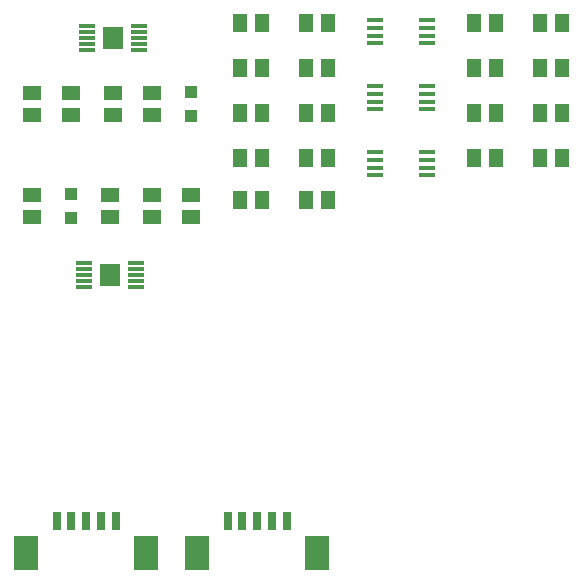
<source format=gbr>
G04 EAGLE Gerber RS-274X export*
G75*
%MOMM*%
%FSLAX34Y34*%
%LPD*%
%INSolderpaste Top*%
%IPPOS*%
%AMOC8*
5,1,8,0,0,1.08239X$1,22.5*%
G01*
%ADD10R,0.800000X1.600000*%
%ADD11R,2.100000X3.000000*%
%ADD12R,1.425000X0.300000*%
%ADD13R,1.680000X1.880000*%
%ADD14R,1.500000X1.300000*%
%ADD15R,1.000000X1.000000*%
%ADD16R,1.425000X0.450000*%
%ADD17R,1.300000X1.500000*%


D10*
X241700Y53340D03*
X254200Y53340D03*
X266700Y53340D03*
X279200Y53340D03*
X291700Y53340D03*
D11*
X216100Y25840D03*
X317300Y25840D03*
D10*
X96920Y53340D03*
X109420Y53340D03*
X121920Y53340D03*
X134420Y53340D03*
X146920Y53340D03*
D11*
X71320Y25840D03*
X172520Y25840D03*
D12*
X120120Y271620D03*
X120120Y266620D03*
X120120Y261620D03*
X120120Y256620D03*
X120120Y251620D03*
X164360Y251620D03*
X164360Y256620D03*
X164360Y261620D03*
X164360Y266620D03*
X164360Y271620D03*
D13*
X142240Y261620D03*
D12*
X166900Y452280D03*
X166900Y457280D03*
X166900Y462280D03*
X166900Y467280D03*
X166900Y472280D03*
X122660Y472280D03*
X122660Y467280D03*
X122660Y462280D03*
X122660Y457280D03*
X122660Y452280D03*
D13*
X144780Y462280D03*
D14*
X142240Y329540D03*
X142240Y310540D03*
X109220Y415900D03*
X109220Y396900D03*
X210820Y329540D03*
X210820Y310540D03*
X144780Y396900D03*
X144780Y415900D03*
X76200Y415900D03*
X76200Y396900D03*
X76200Y329540D03*
X76200Y310540D03*
X177800Y329540D03*
X177800Y310540D03*
X177800Y415900D03*
X177800Y396900D03*
D15*
X109220Y330040D03*
X109220Y310040D03*
X210820Y396400D03*
X210820Y416400D03*
D16*
X366500Y477110D03*
X366500Y470610D03*
X366500Y464110D03*
X366500Y457610D03*
X410740Y457610D03*
X410740Y464110D03*
X410740Y470610D03*
X410740Y477110D03*
X366500Y421230D03*
X366500Y414730D03*
X366500Y408230D03*
X366500Y401730D03*
X410740Y401730D03*
X410740Y408230D03*
X410740Y414730D03*
X410740Y421230D03*
X366500Y365350D03*
X366500Y358850D03*
X366500Y352350D03*
X366500Y345850D03*
X410740Y345850D03*
X410740Y352350D03*
X410740Y358850D03*
X410740Y365350D03*
D17*
X252120Y474980D03*
X271120Y474980D03*
X308000Y474980D03*
X327000Y474980D03*
X308000Y436880D03*
X327000Y436880D03*
X450240Y474980D03*
X469240Y474980D03*
X450240Y436880D03*
X469240Y436880D03*
X308000Y398780D03*
X327000Y398780D03*
X271120Y398780D03*
X252120Y398780D03*
X252120Y436880D03*
X271120Y436880D03*
X450240Y398780D03*
X469240Y398780D03*
X252120Y325120D03*
X271120Y325120D03*
X308000Y360680D03*
X327000Y360680D03*
X525120Y398780D03*
X506120Y398780D03*
X252120Y360680D03*
X271120Y360680D03*
X327000Y325120D03*
X308000Y325120D03*
X450240Y360680D03*
X469240Y360680D03*
X525120Y360680D03*
X506120Y360680D03*
X525120Y436880D03*
X506120Y436880D03*
X506120Y474980D03*
X525120Y474980D03*
M02*

</source>
